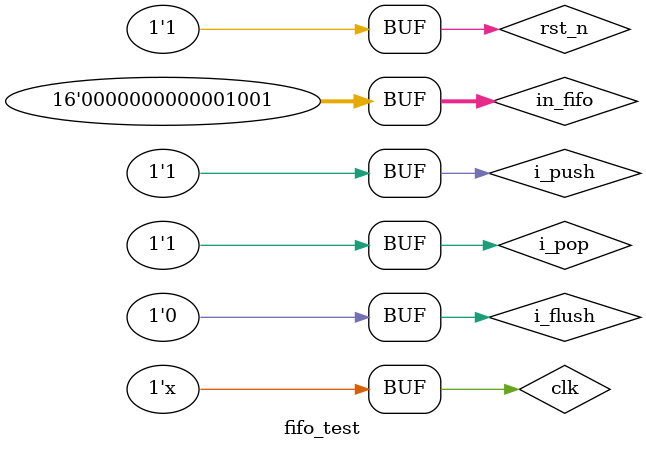
<source format=v>
`timescale 1ns / 1ps


module fifo_test;
    parameter FIFO_WIDTH    = 16;
    parameter FIFO_DEPTH    = 8;
    parameter BIT_WIDTH     = 4; 
    reg clk;
    reg rst_n;
    reg [FIFO_WIDTH-1:0] in_fifo;
    reg i_push;
    reg i_pop;
    reg i_flush;
    wire [FIFO_WIDTH-1:0] out_fifo;
    wire is_fifo_empty;
    wire is_fifo_full;
    
    fifo uut(
            .clk (clk),
            .rst_n (rst_n),
            .in_fifo (in_fifo),
            .i_push (i_push),
            .i_pop (i_pop),
            .i_flush (i_flush),
            .out_fifo (out_fifo),
            .is_fifo_empty (is_fifo_empty),
            .is_fifo_full (is_fifo_full)
            );
            
     initial begin
     clk = 1'b0;
     in_fifo = 32'h0;
     i_push = 1'b0;
     i_pop = 1'b0;
     rst_n = 1'b0;
     i_flush = 1'b0;
     
     #100 
     rst_n = 1'b0;
     
     #20 
     rst_n = 1'b1;
     i_push = 1'b1;
     i_pop = 1'b1;
     
     
     in_fifo = 32'h0;
     
     #20 
     i_pop = 1'b1;
     in_fifo = 32'h1;
     
     #20
     i_pop = 1'b0; 
     in_fifo = 32'h2;
     
     #20 
     in_fifo = 32'h3;
     
     #20
     in_fifo = 32'h4;
     //i_flush = 1'b1;
     
     #20
     in_fifo = 32'h5;
     i_flush = 1'b0;
     
     #20
     in_fifo = 32'h6;
     
     #20
     in_fifo = 32'h7;
     
     #20
     in_fifo = 32'h8;
     #20
     in_fifo = 32'h9;
     #29
     i_pop = 1'b1;
     
     
     
     end
    always #10 clk = ~clk;
endmodule

</source>
